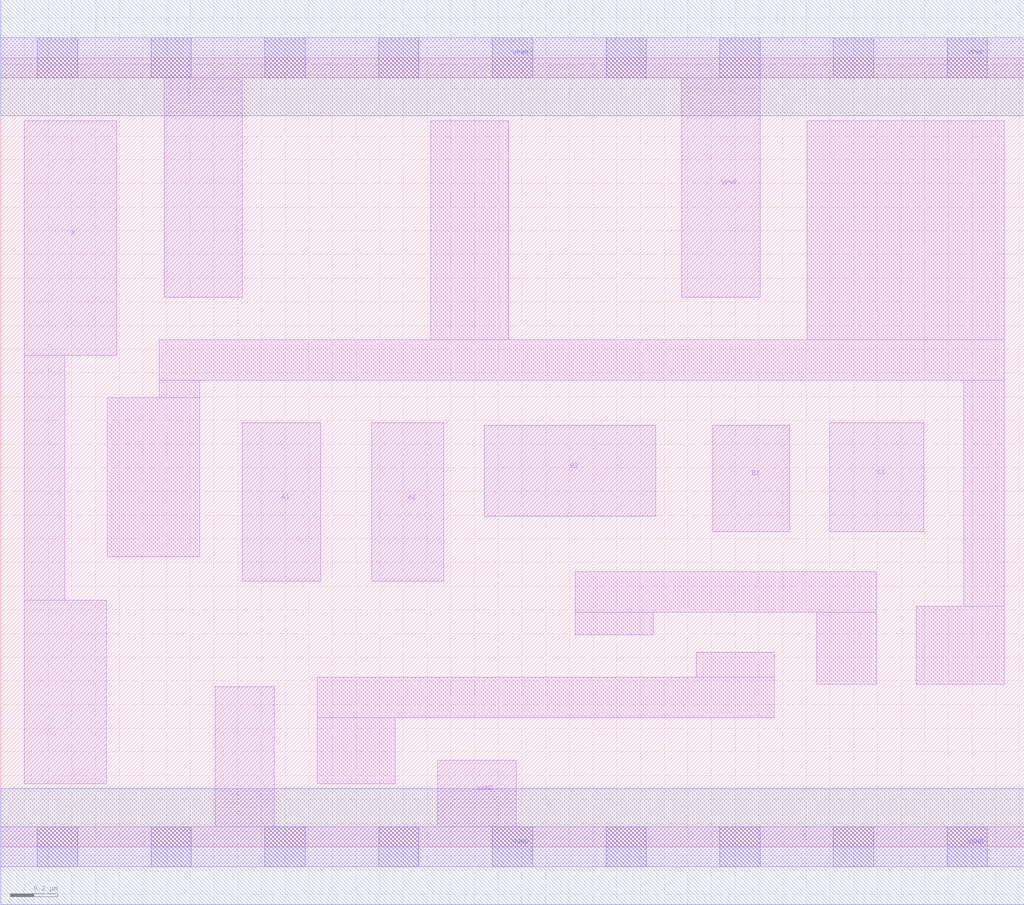
<source format=lef>
# Copyright 2020 The SkyWater PDK Authors
#
# Licensed under the Apache License, Version 2.0 (the "License");
# you may not use this file except in compliance with the License.
# You may obtain a copy of the License at
#
#     https://www.apache.org/licenses/LICENSE-2.0
#
# Unless required by applicable law or agreed to in writing, software
# distributed under the License is distributed on an "AS IS" BASIS,
# WITHOUT WARRANTIES OR CONDITIONS OF ANY KIND, either express or implied.
# See the License for the specific language governing permissions and
# limitations under the License.
#
# SPDX-License-Identifier: Apache-2.0

VERSION 5.7 ;
  NAMESCASESENSITIVE ON ;
  NOWIREEXTENSIONATPIN ON ;
  DIVIDERCHAR "/" ;
  BUSBITCHARS "[]" ;
UNITS
  DATABASE MICRONS 200 ;
END UNITS
MACRO sky130_fd_sc_lp__o221a_lp
  CLASS CORE ;
  SOURCE USER ;
  FOREIGN sky130_fd_sc_lp__o221a_lp ;
  ORIGIN  0.000000  0.000000 ;
  SIZE  4.320000 BY  3.330000 ;
  SYMMETRY X Y R90 ;
  SITE unit ;
  PIN A1
    ANTENNAGATEAREA  0.313000 ;
    DIRECTION INPUT ;
    USE SIGNAL ;
    PORT
      LAYER li1 ;
        RECT 1.020000 1.120000 1.350000 1.790000 ;
    END
  END A1
  PIN A2
    ANTENNAGATEAREA  0.313000 ;
    DIRECTION INPUT ;
    USE SIGNAL ;
    PORT
      LAYER li1 ;
        RECT 1.565000 1.120000 1.870000 1.790000 ;
    END
  END A2
  PIN B1
    ANTENNAGATEAREA  0.313000 ;
    DIRECTION INPUT ;
    USE SIGNAL ;
    PORT
      LAYER li1 ;
        RECT 3.005000 1.330000 3.330000 1.780000 ;
    END
  END B1
  PIN B2
    ANTENNAGATEAREA  0.313000 ;
    DIRECTION INPUT ;
    USE SIGNAL ;
    PORT
      LAYER li1 ;
        RECT 2.040000 1.395000 2.765000 1.780000 ;
    END
  END B2
  PIN C1
    ANTENNAGATEAREA  0.313000 ;
    DIRECTION INPUT ;
    USE SIGNAL ;
    PORT
      LAYER li1 ;
        RECT 3.500000 1.330000 3.895000 1.790000 ;
    END
  END C1
  PIN X
    ANTENNADIFFAREA  0.404700 ;
    DIRECTION OUTPUT ;
    USE SIGNAL ;
    PORT
      LAYER li1 ;
        RECT 0.100000 0.265000 0.445000 1.040000 ;
        RECT 0.100000 1.040000 0.270000 2.075000 ;
        RECT 0.100000 2.075000 0.490000 3.065000 ;
    END
  END X
  PIN VGND
    DIRECTION INOUT ;
    USE GROUND ;
    PORT
      LAYER li1 ;
        RECT 0.000000 -0.085000 4.320000 0.085000 ;
        RECT 0.905000  0.085000 1.155000 0.675000 ;
        RECT 1.845000  0.085000 2.175000 0.365000 ;
      LAYER mcon ;
        RECT 0.155000 -0.085000 0.325000 0.085000 ;
        RECT 0.635000 -0.085000 0.805000 0.085000 ;
        RECT 1.115000 -0.085000 1.285000 0.085000 ;
        RECT 1.595000 -0.085000 1.765000 0.085000 ;
        RECT 2.075000 -0.085000 2.245000 0.085000 ;
        RECT 2.555000 -0.085000 2.725000 0.085000 ;
        RECT 3.035000 -0.085000 3.205000 0.085000 ;
        RECT 3.515000 -0.085000 3.685000 0.085000 ;
        RECT 3.995000 -0.085000 4.165000 0.085000 ;
      LAYER met1 ;
        RECT 0.000000 -0.245000 4.320000 0.245000 ;
    END
  END VGND
  PIN VPWR
    DIRECTION INOUT ;
    USE POWER ;
    PORT
      LAYER li1 ;
        RECT 0.000000 3.245000 4.320000 3.415000 ;
        RECT 0.690000 2.320000 1.020000 3.245000 ;
        RECT 2.875000 2.320000 3.205000 3.245000 ;
      LAYER mcon ;
        RECT 0.155000 3.245000 0.325000 3.415000 ;
        RECT 0.635000 3.245000 0.805000 3.415000 ;
        RECT 1.115000 3.245000 1.285000 3.415000 ;
        RECT 1.595000 3.245000 1.765000 3.415000 ;
        RECT 2.075000 3.245000 2.245000 3.415000 ;
        RECT 2.555000 3.245000 2.725000 3.415000 ;
        RECT 3.035000 3.245000 3.205000 3.415000 ;
        RECT 3.515000 3.245000 3.685000 3.415000 ;
        RECT 3.995000 3.245000 4.165000 3.415000 ;
      LAYER met1 ;
        RECT 0.000000 3.085000 4.320000 3.575000 ;
    END
  END VPWR
  OBS
    LAYER li1 ;
      RECT 0.450000 1.225000 0.840000 1.895000 ;
      RECT 0.670000 1.895000 0.840000 1.970000 ;
      RECT 0.670000 1.970000 4.235000 2.140000 ;
      RECT 1.335000 0.265000 1.665000 0.545000 ;
      RECT 1.335000 0.545000 3.265000 0.715000 ;
      RECT 1.815000 2.140000 2.145000 3.065000 ;
      RECT 2.425000 0.895000 2.755000 0.990000 ;
      RECT 2.425000 0.990000 3.695000 1.160000 ;
      RECT 2.935000 0.715000 3.265000 0.820000 ;
      RECT 3.405000 2.140000 4.235000 3.065000 ;
      RECT 3.445000 0.685000 3.695000 0.990000 ;
      RECT 3.865000 0.685000 4.235000 1.015000 ;
      RECT 4.065000 1.015000 4.235000 1.970000 ;
  END
END sky130_fd_sc_lp__o221a_lp

</source>
